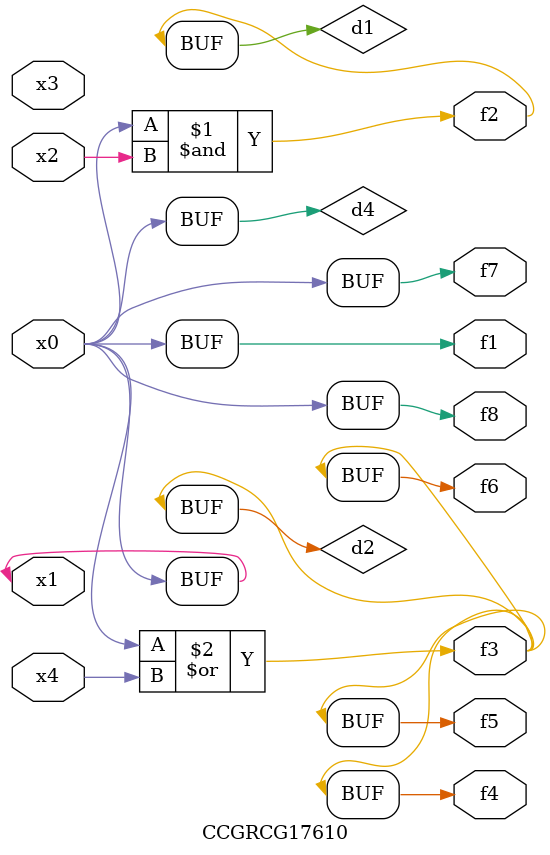
<source format=v>
module CCGRCG17610(
	input x0, x1, x2, x3, x4,
	output f1, f2, f3, f4, f5, f6, f7, f8
);

	wire d1, d2, d3, d4;

	and (d1, x0, x2);
	or (d2, x0, x4);
	nand (d3, x0, x2);
	buf (d4, x0, x1);
	assign f1 = d4;
	assign f2 = d1;
	assign f3 = d2;
	assign f4 = d2;
	assign f5 = d2;
	assign f6 = d2;
	assign f7 = d4;
	assign f8 = d4;
endmodule

</source>
